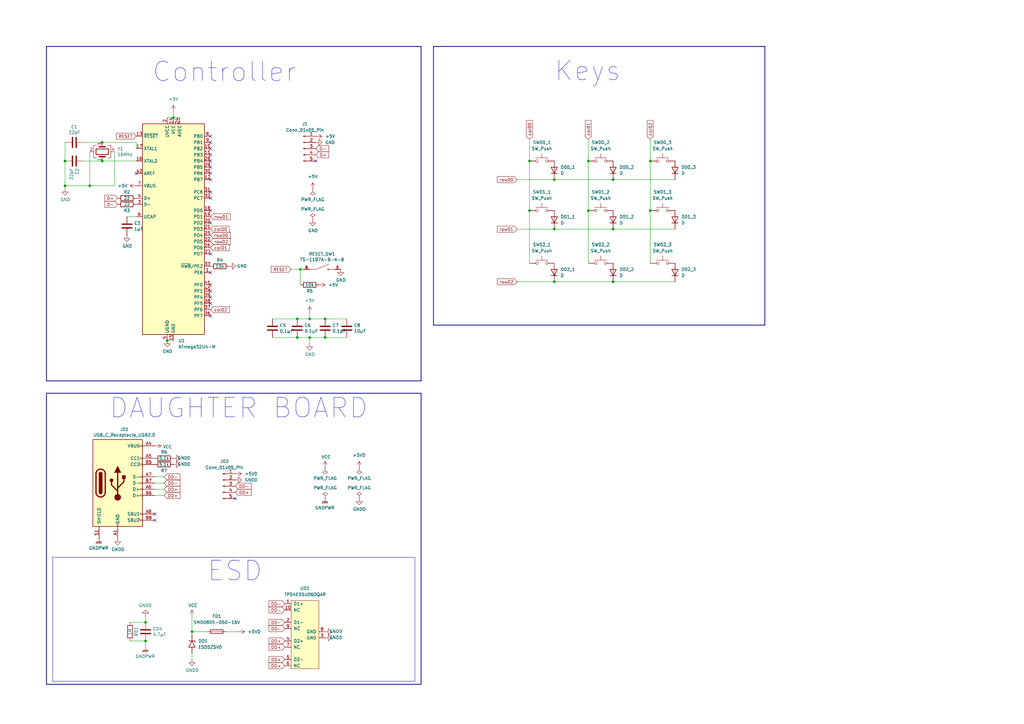
<source format=kicad_sch>
(kicad_sch (version 20231120) (generator "eeschema") (generator_version "8.0")
  (paper "A3")
  (lib_symbols
    (symbol "+5V_1" (power) (pin_numbers hide) (pin_names (offset 0) hide)
      (property "Value" "+5V" (at 0 3.556 0))
      (symbol "+5V_1_1_1"
        (pin power_in line (at 0 0 90) (length 0) (name "~") (number "1"))
      )
    )
    (symbol "+5V_2" (power) (pin_numbers hide) (pin_names (offset 0) hide)
      (property "Value" "+5V" (at 0 3.556 0))
      (symbol "+5V_2_1_1"
        (pin power_in line (at 0 0 90) (length 0) (name "~") (number "1"))
      )
    )
    (symbol "+5V_3" (power) (pin_numbers hide) (pin_names (offset 0) hide)
      (property "Value" "+5V" (at 0 3.556 0))
      (symbol "+5V_3_1_1"
        (pin power_in line (at 0 0 90) (length 0) (name "~") (number "1"))
      )
    )
    (symbol "+5V_4" (power) (pin_numbers hide) (pin_names (offset 0) hide)
      (property "Value" "+5V" (at 0 3.556 0))
      (symbol "+5V_4_1_1"
        (pin power_in line (at 0 0 90) (length 0) (name "~") (number "1"))
      )
    )
    (symbol "+5V_5" (power) (pin_numbers hide) (pin_names (offset 0) hide)
      (property "Value" "+5V" (at 0 3.556 0))
      (symbol "+5V_5_1_1"
        (pin power_in line (at 0 0 90) (length 0) (name "~") (number "1"))
      )
    )
    (symbol "Connector:Conn_01x05_Pin" (pin_names (offset 1.016) hide)
      (property "Reference" "J" (at 0 7.62 0))
      (property "Value" "Conn_01x05_Pin" (at 0 -7.62 0))
      (symbol "Conn_01x05_Pin_1_1"
        (pin passive line (at 5.08 5.08 180) (length 3.81) (name "Pin_1") (number "1"))
        (pin passive line (at 5.08 2.54 180) (length 3.81) (name "Pin_2") (number "2"))
        (pin passive line (at 5.08 0 180) (length 3.81) (name "Pin_3") (number "3"))
        (pin passive line (at 5.08 -2.54 180) (length 3.81) (name "Pin_4") (number "4"))
        (pin passive line (at 5.08 -5.08 180) (length 3.81) (name "Pin_5") (number "5"))
      )
    )
    (symbol "Connector:USB_C_Receptacle_USB2.0_16P" (pin_names (offset 1.016))
      (property "Reference" "J" (at 0 22.225 0))
      (property "Value" "USB_C_Receptacle_USB2.0_16P" (at 0 19.685 0))
      (symbol "USB_C_Receptacle_USB2.0_16P_1_1"
        (pin passive line (at 0 -22.86 90) (length 5.08) (name "GND") (number "A1"))
        (pin passive line (at 0 -22.86 90) (length 5.08) hide (name "GND") (number "A12"))
        (pin passive line (at 15.24 15.24 180) (length 5.08) (name "VBUS") (number "A4"))
        (pin bidirectional line (at 15.24 10.16 180) (length 5.08) (name "CC1") (number "A5"))
        (pin bidirectional line (at 15.24 -2.54 180) (length 5.08) (name "D+") (number "A6"))
        (pin bidirectional line (at 15.24 2.54 180) (length 5.08) (name "D-") (number "A7"))
        (pin bidirectional line (at 15.24 -12.7 180) (length 5.08) (name "SBU1") (number "A8"))
        (pin passive line (at 15.24 15.24 180) (length 5.08) hide (name "VBUS") (number "A9"))
        (pin passive line (at 0 -22.86 90) (length 5.08) hide (name "GND") (number "B1"))
        (pin passive line (at 0 -22.86 90) (length 5.08) hide (name "GND") (number "B12"))
        (pin passive line (at 15.24 15.24 180) (length 5.08) hide (name "VBUS") (number "B4"))
        (pin bidirectional line (at 15.24 7.62 180) (length 5.08) (name "CC2") (number "B5"))
        (pin bidirectional line (at 15.24 -5.08 180) (length 5.08) (name "D+") (number "B6"))
        (pin bidirectional line (at 15.24 0 180) (length 5.08) (name "D-") (number "B7"))
        (pin bidirectional line (at 15.24 -15.24 180) (length 5.08) (name "SBU2") (number "B8"))
        (pin passive line (at 15.24 15.24 180) (length 5.08) hide (name "VBUS") (number "B9"))
        (pin passive line (at -7.62 -22.86 90) (length 5.08) (name "SHIELD") (number "S1"))
      )
    )
    (symbol "D_1" (pin_numbers hide) (pin_names (offset 1.016) hide)
      (property "Reference" "D" (at 0 2.54 0))
      (property "Value" "D" (at 0 -2.54 0))
      (symbol "D_1_1_1"
        (pin passive line (at -3.81 0 0) (length 2.54) (name "K") (number "1"))
        (pin passive line (at 3.81 0 180) (length 2.54) (name "A") (number "2"))
      )
    )
    (symbol "D_2" (pin_numbers hide) (pin_names (offset 1.016) hide)
      (property "Reference" "D" (at 0 2.54 0))
      (property "Value" "D" (at 0 -2.54 0))
      (symbol "D_2_1_1"
        (pin passive line (at -3.81 0 0) (length 2.54) (name "K") (number "1"))
        (pin passive line (at 3.81 0 180) (length 2.54) (name "A") (number "2"))
      )
    )
    (symbol "D_3" (pin_numbers hide) (pin_names (offset 1.016) hide)
      (property "Reference" "D" (at 0 2.54 0))
      (property "Value" "D" (at 0 -2.54 0))
      (symbol "D_3_1_1"
        (pin passive line (at -3.81 0 0) (length 2.54) (name "K") (number "1"))
        (pin passive line (at 3.81 0 180) (length 2.54) (name "A") (number "2"))
      )
    )
    (symbol "D_4" (pin_numbers hide) (pin_names (offset 1.016) hide)
      (property "Reference" "D" (at 0 2.54 0))
      (property "Value" "D" (at 0 -2.54 0))
      (symbol "D_4_1_1"
        (pin passive line (at -3.81 0 0) (length 2.54) (name "K") (number "1"))
        (pin passive line (at 3.81 0 180) (length 2.54) (name "A") (number "2"))
      )
    )
    (symbol "D_5" (pin_numbers hide) (pin_names (offset 1.016) hide)
      (property "Reference" "D" (at 0 2.54 0))
      (property "Value" "D" (at 0 -2.54 0))
      (symbol "D_5_1_1"
        (pin passive line (at -3.81 0 0) (length 2.54) (name "K") (number "1"))
        (pin passive line (at 3.81 0 180) (length 2.54) (name "A") (number "2"))
      )
    )
    (symbol "D_6" (pin_numbers hide) (pin_names (offset 1.016) hide)
      (property "Reference" "D" (at 0 2.54 0))
      (property "Value" "D" (at 0 -2.54 0))
      (symbol "D_6_1_1"
        (pin passive line (at -3.81 0 0) (length 2.54) (name "K") (number "1"))
        (pin passive line (at 3.81 0 180) (length 2.54) (name "A") (number "2"))
      )
    )
    (symbol "D_7" (pin_numbers hide) (pin_names (offset 1.016) hide)
      (property "Reference" "D" (at 0 2.54 0))
      (property "Value" "D" (at 0 -2.54 0))
      (symbol "D_7_1_1"
        (pin passive line (at -3.81 0 0) (length 2.54) (name "K") (number "1"))
        (pin passive line (at 3.81 0 180) (length 2.54) (name "A") (number "2"))
      )
    )
    (symbol "D_8" (pin_numbers hide) (pin_names (offset 1.016) hide)
      (property "Reference" "D" (at 0 2.54 0))
      (property "Value" "D" (at 0 -2.54 0))
      (symbol "D_8_1_1"
        (pin passive line (at -3.81 0 0) (length 2.54) (name "K") (number "1"))
        (pin passive line (at 3.81 0 180) (length 2.54) (name "A") (number "2"))
      )
    )
    (symbol "Device:C" (pin_numbers hide) (pin_names (offset 0.254))
      (property "Reference" "C" (at 0.635 2.54 0))
      (property "Value" "C" (at 0.635 -2.54 0))
      (symbol "C_1_1"
        (pin passive line (at 0 3.81 270) (length 2.794) (name "~") (number "1"))
        (pin passive line (at 0 -3.81 90) (length 2.794) (name "~") (number "2"))
      )
    )
    (symbol "Device:Crystal_GND24" (pin_names (offset 1.016) hide)
      (property "Reference" "Y" (at 3.175 5.08 0))
      (property "Value" "Crystal_GND24" (at 3.175 3.175 0))
      (symbol "Crystal_GND24_1_1"
        (pin passive line (at -3.81 0 0) (length 1.27) (name "1") (number "1"))
        (pin passive line (at 0 5.08 270) (length 1.27) (name "2") (number "2"))
        (pin passive line (at 3.81 0 180) (length 1.27) (name "3") (number "3"))
        (pin passive line (at 0 -5.08 90) (length 1.27) (name "4") (number "4"))
      )
    )
    (symbol "Device:D" (pin_numbers hide) (pin_names (offset 1.016) hide)
      (property "Reference" "D" (at 0 2.54 0))
      (property "Value" "D" (at 0 -2.54 0))
      (symbol "D_1_1"
        (pin passive line (at -3.81 0 0) (length 2.54) (name "K") (number "1"))
        (pin passive line (at 3.81 0 180) (length 2.54) (name "A") (number "2"))
      )
    )
    (symbol "Device:Fuse" (pin_numbers hide) (pin_names (offset 0))
      (property "Reference" "F" (at 2.032 0 90))
      (property "Value" "Fuse" (at -1.905 0 90))
      (symbol "Fuse_1_1"
        (pin passive line (at 0 3.81 270) (length 1.27) (name "~") (number "1"))
        (pin passive line (at 0 -3.81 90) (length 1.27) (name "~") (number "2"))
      )
    )
    (symbol "Device:R" (pin_numbers hide) (pin_names (offset 0))
      (property "Reference" "R" (at 2.032 0 90))
      (property "Value" "R" (at 0 0 90))
      (symbol "R_1_1"
        (pin passive line (at 0 3.81 270) (length 1.27) (name "~") (number "1"))
        (pin passive line (at 0 -3.81 90) (length 1.27) (name "~") (number "2"))
      )
    )
    (symbol "Diode:1.5KExxA" (pin_numbers hide) (pin_names (offset 1.016) hide)
      (property "Reference" "D" (at 0 2.54 0))
      (property "Value" "1.5KExxA" (at 0 -2.54 0))
      (symbol "1.5KExxA_1_1"
        (pin passive line (at -3.81 0 0) (length 2.54) (name "A1") (number "1"))
        (pin passive line (at 3.81 0 180) (length 2.54) (name "A2") (number "2"))
      )
    )
    (symbol "GNDPWR_1" (power) (pin_numbers hide) (pin_names (offset 0) hide)
      (property "Value" "GNDPWR" (at 0 -3.302 0))
      (symbol "GNDPWR_1_1_1"
        (pin power_in line (at 0 0 270) (length 0) (name "~") (number "1"))
      )
    )
    (symbol "GNDPWR_2" (power) (pin_numbers hide) (pin_names (offset 0) hide)
      (property "Value" "GNDPWR" (at 0 -3.302 0))
      (symbol "GNDPWR_2_1_1"
        (pin power_in line (at 0 0 270) (length 0) (name "~") (number "1"))
      )
    )
    (symbol "GND_1" (power) (pin_numbers hide) (pin_names (offset 0) hide)
      (property "Value" "GND" (at 0 -3.81 0))
      (symbol "GND_1_1_1"
        (pin power_in line (at 0 0 270) (length 0) (name "~") (number "1"))
      )
    )
    (symbol "GND_10" (power) (pin_numbers hide) (pin_names (offset 0) hide)
      (property "Value" "GND" (at 0 -3.81 0))
      (symbol "GND_10_1_1"
        (pin power_in line (at 0 0 270) (length 0) (name "~") (number "1"))
      )
    )
    (symbol "GND_11" (power) (pin_numbers hide) (pin_names (offset 0) hide)
      (property "Value" "GND" (at 0 -3.81 0))
      (symbol "GND_11_1_1"
        (pin power_in line (at 0 0 270) (length 0) (name "~") (number "1"))
      )
    )
    (symbol "GND_12" (power) (pin_numbers hide) (pin_names (offset 0) hide)
      (property "Value" "GND" (at 0 -3.81 0))
      (symbol "GND_12_1_1"
        (pin power_in line (at 0 0 270) (length 0) (name "~") (number "1"))
      )
    )
    (symbol "GND_13" (power) (pin_numbers hide) (pin_names (offset 0) hide)
      (property "Value" "GND" (at 0 -3.81 0))
      (symbol "GND_13_1_1"
        (pin power_in line (at 0 0 270) (length 0) (name "~") (number "1"))
      )
    )
    (symbol "GND_2" (power) (pin_numbers hide) (pin_names (offset 0) hide)
      (property "Value" "GND" (at 0 -3.81 0))
      (symbol "GND_2_1_1"
        (pin power_in line (at 0 0 270) (length 0) (name "~") (number "1"))
      )
    )
    (symbol "GND_3" (power) (pin_numbers hide) (pin_names (offset 0) hide)
      (property "Value" "GND" (at 0 -3.81 0))
      (symbol "GND_3_1_1"
        (pin power_in line (at 0 0 270) (length 0) (name "~") (number "1"))
      )
    )
    (symbol "GND_4" (power) (pin_numbers hide) (pin_names (offset 0) hide)
      (property "Value" "GND" (at 0 -3.81 0))
      (symbol "GND_4_1_1"
        (pin power_in line (at 0 0 270) (length 0) (name "~") (number "1"))
      )
    )
    (symbol "GND_5" (power) (pin_numbers hide) (pin_names (offset 0) hide)
      (property "Value" "GND" (at 0 -3.81 0))
      (symbol "GND_5_1_1"
        (pin power_in line (at 0 0 270) (length 0) (name "~") (number "1"))
      )
    )
    (symbol "GND_6" (power) (pin_numbers hide) (pin_names (offset 0) hide)
      (property "Value" "GND" (at 0 -3.81 0))
      (symbol "GND_6_1_1"
        (pin power_in line (at 0 0 270) (length 0) (name "~") (number "1"))
      )
    )
    (symbol "GND_7" (power) (pin_numbers hide) (pin_names (offset 0) hide)
      (property "Value" "GND" (at 0 -3.81 0))
      (symbol "GND_7_1_1"
        (pin power_in line (at 0 0 270) (length 0) (name "~") (number "1"))
      )
    )
    (symbol "GND_8" (power) (pin_numbers hide) (pin_names (offset 0) hide)
      (property "Value" "GND" (at 0 -3.81 0))
      (symbol "GND_8_1_1"
        (pin power_in line (at 0 0 270) (length 0) (name "~") (number "1"))
      )
    )
    (symbol "GND_9" (power) (pin_numbers hide) (pin_names (offset 0) hide)
      (property "Value" "GND" (at 0 -3.81 0))
      (symbol "GND_9_1_1"
        (pin power_in line (at 0 0 270) (length 0) (name "~") (number "1"))
      )
    )
    (symbol "MCU_Microchip_ATmega:ATmega32U4-M"
      (property "Reference" "U" (at -12.7 44.45 0))
      (property "Value" "ATmega32U4-M" (at 2.54 -44.45 0))
      (symbol "ATmega32U4-M_1_1"
        (pin bidirectional line (at 15.24 -17.78 180) (length 2.54) (name "PE6") (number "1"))
        (pin bidirectional line (at 15.24 33.02 180) (length 2.54) (name "PB2") (number "10"))
        (pin bidirectional line (at 15.24 30.48 180) (length 2.54) (name "PB3") (number "11"))
        (pin bidirectional line (at 15.24 20.32 180) (length 2.54) (name "PB7") (number "12"))
        (pin input line (at -15.24 38.1 0) (length 2.54) (name "~{RESET}") (number "13"))
        (pin power_in line (at 0 45.72 270) (length 2.54) (name "VCC") (number "14"))
        (pin power_in line (at 0 -45.72 90) (length 2.54) (name "GND") (number "15"))
        (pin output line (at -15.24 27.94 0) (length 2.54) (name "XTAL2") (number "16"))
        (pin input line (at -15.24 33.02 0) (length 2.54) (name "XTAL1") (number "17"))
        (pin bidirectional line (at 15.24 7.62 180) (length 2.54) (name "PD0") (number "18"))
        (pin bidirectional line (at 15.24 5.08 180) (length 2.54) (name "PD1") (number "19"))
        (pin power_in line (at -2.54 45.72 270) (length 2.54) (name "UVCC") (number "2"))
        (pin bidirectional line (at 15.24 2.54 180) (length 2.54) (name "PD2") (number "20"))
        (pin bidirectional line (at 15.24 0 180) (length 2.54) (name "PD3") (number "21"))
        (pin bidirectional line (at 15.24 -5.08 180) (length 2.54) (name "PD5") (number "22"))
        (pin passive line (at 0 -45.72 90) (length 2.54) hide (name "GND") (number "23"))
        (pin power_in line (at 2.54 45.72 270) (length 2.54) (name "AVCC") (number "24"))
        (pin bidirectional line (at 15.24 -2.54 180) (length 2.54) (name "PD4") (number "25"))
        (pin bidirectional line (at 15.24 -7.62 180) (length 2.54) (name "PD6") (number "26"))
        (pin bidirectional line (at 15.24 -10.16 180) (length 2.54) (name "PD7") (number "27"))
        (pin bidirectional line (at 15.24 27.94 180) (length 2.54) (name "PB4") (number "28"))
        (pin bidirectional line (at 15.24 25.4 180) (length 2.54) (name "PB5") (number "29"))
        (pin bidirectional line (at -15.24 10.16 0) (length 2.54) (name "D-") (number "3"))
        (pin bidirectional line (at 15.24 22.86 180) (length 2.54) (name "PB6") (number "30"))
        (pin bidirectional line (at 15.24 15.24 180) (length 2.54) (name "PC6") (number "31"))
        (pin bidirectional line (at 15.24 12.7 180) (length 2.54) (name "PC7") (number "32"))
        (pin bidirectional line (at 15.24 -15.24 180) (length 2.54) (name "~{HWB}/PE2") (number "33"))
        (pin passive line (at 0 45.72 270) (length 2.54) hide (name "VCC") (number "34"))
        (pin passive line (at 0 -45.72 90) (length 2.54) hide (name "GND") (number "35"))
        (pin bidirectional line (at 15.24 -35.56 180) (length 2.54) (name "PF7") (number "36"))
        (pin bidirectional line (at 15.24 -33.02 180) (length 2.54) (name "PF6") (number "37"))
        (pin bidirectional line (at 15.24 -30.48 180) (length 2.54) (name "PF5") (number "38"))
        (pin bidirectional line (at 15.24 -27.94 180) (length 2.54) (name "PF4") (number "39"))
        (pin bidirectional line (at -15.24 12.7 0) (length 2.54) (name "D+") (number "4"))
        (pin bidirectional line (at 15.24 -25.4 180) (length 2.54) (name "PF1") (number "40"))
        (pin bidirectional line (at 15.24 -22.86 180) (length 2.54) (name "PF0") (number "41"))
        (pin passive line (at -15.24 22.86 0) (length 2.54) (name "AREF") (number "42"))
        (pin passive line (at 0 -45.72 90) (length 2.54) hide (name "GND") (number "43"))
        (pin passive line (at 2.54 45.72 270) (length 2.54) hide (name "AVCC") (number "44"))
        (pin passive line (at 0 -45.72 90) (length 2.54) hide (name "GND") (number "45"))
        (pin passive line (at -2.54 -45.72 90) (length 2.54) (name "UGND") (number "5"))
        (pin passive line (at -15.24 5.08 0) (length 2.54) (name "UCAP") (number "6"))
        (pin input line (at -15.24 17.78 0) (length 2.54) (name "VBUS") (number "7"))
        (pin bidirectional line (at 15.24 38.1 180) (length 2.54) (name "PB0") (number "8"))
        (pin bidirectional line (at 15.24 35.56 180) (length 2.54) (name "PB1") (number "9"))
      )
    )
    (symbol "PWR_FLAG_1" (power) (pin_numbers hide) (pin_names (offset 0) hide)
      (property "Value" "PWR_FLAG" (at 0 3.81 0))
      (symbol "PWR_FLAG_1_0_0"
        (pin power_out line (at 0 0 90) (length 0) (name "~") (number "1"))
      )
    )
    (symbol "PWR_FLAG_2" (power) (pin_numbers hide) (pin_names (offset 0) hide)
      (property "Value" "PWR_FLAG" (at 0 3.81 0))
      (symbol "PWR_FLAG_2_0_0"
        (pin power_out line (at 0 0 90) (length 0) (name "~") (number "1"))
      )
    )
    (symbol "PWR_FLAG_3" (power) (pin_numbers hide) (pin_names (offset 0) hide)
      (property "Value" "PWR_FLAG" (at 0 3.81 0))
      (symbol "PWR_FLAG_3_0_0"
        (pin power_out line (at 0 0 90) (length 0) (name "~") (number "1"))
      )
    )
    (symbol "Switch:SW_Push" (pin_numbers hide) (pin_names (offset 1.016) hide)
      (property "Reference" "SW" (at 1.27 2.54 0))
      (property "Value" "SW_Push" (at 0 -1.524 0))
      (symbol "SW_Push_0_1"
        (pin passive line (at -5.08 0 0) (length 2.54) (name "1") (number "1"))
        (pin passive line (at 5.08 0 180) (length 2.54) (name "2") (number "2"))
      )
    )
    (symbol "TS-1187A-B-A-B:TS-1187A-B-A-B" (pin_names (offset 1.016) hide)
      (property "Reference" "S" (at -2.54 2.54 0))
      (property "Value" "TS-1187A-B-A-B" (at -2.54 -2.54 0))
      (symbol "TS-1187A-B-A-B_0_0"
        (pin passive line (at -7.62 0 0) (length 2.54) (name "~") (number "A"))
        (pin passive line (at -7.62 0 0) (length 2.54) (name "~") (number "B"))
        (pin passive line (at 7.62 0 180) (length 2.54) (name "~") (number "C"))
        (pin passive line (at 7.62 0 180) (length 2.54) (name "~") (number "D"))
      )
    )
    (symbol "VCC_1" (power) (pin_numbers hide) (pin_names (offset 0) hide)
      (property "Value" "VCC" (at 0 3.556 0))
      (symbol "VCC_1_1_1"
        (pin power_in line (at 0 0 90) (length 0) (name "~") (number "1"))
      )
    )
    (symbol "VCC_2" (power) (pin_numbers hide) (pin_names (offset 0) hide)
      (property "Value" "VCC" (at 0 3.556 0))
      (symbol "VCC_2_1_1"
        (pin power_in line (at 0 0 90) (length 0) (name "~") (number "1"))
      )
    )
    (symbol "power:+5V" (power) (pin_numbers hide) (pin_names (offset 0) hide)
      (property "Value" "+5V" (at 0 3.556 0))
      (symbol "+5V_1_1"
        (pin power_in line (at 0 0 90) (length 0) (name "~") (number "1"))
      )
    )
    (symbol "power:GND" (power) (pin_numbers hide) (pin_names (offset 0) hide)
      (property "Value" "GND" (at 0 -3.81 0))
      (symbol "GND_1_1"
        (pin power_in line (at 0 0 270) (length 0) (name "~") (number "1"))
      )
    )
    (symbol "power:GNDPWR" (power) (pin_numbers hide) (pin_names (offset 0) hide)
      (property "Value" "GNDPWR" (at 0 -3.302 0))
      (symbol "GNDPWR_1_1"
        (pin power_in line (at 0 0 270) (length 0) (name "~") (number "1"))
      )
    )
    (symbol "power:PWR_FLAG" (power) (pin_numbers hide) (pin_names (offset 0) hide)
      (property "Value" "PWR_FLAG" (at 0 3.81 0))
      (symbol "PWR_FLAG_0_0"
        (pin power_out line (at 0 0 90) (length 0) (name "~") (number "1"))
      )
    )
    (symbol "power:VCC" (power) (pin_numbers hide) (pin_names (offset 0) hide)
      (property "Value" "VCC" (at 0 3.556 0))
      (symbol "VCC_1_1"
        (pin power_in line (at 0 0 90) (length 0) (name "~") (number "1"))
      )
    )
    (symbol "random-keyboard-parts:TPD4E05U06DQAR" (pin_names (offset 1.016))
      (property "Reference" "U" (at 0 -16.51 0))
      (property "Value" "TPD4E05U06DQAR" (at 0 16.51 0))
      (symbol "TPD4E05U06DQAR_1_1"
        (pin passive line (at -8.89 12.7 0) (length 2.54) (name "D1+") (number "1"))
        (pin passive line (at -8.89 10.16 0) (length 2.54) (name "NC") (number "10"))
        (pin passive line (at -8.89 5.08 0) (length 2.54) (name "D1-") (number "2"))
        (pin passive line (at 7.62 -1.27 180) (length 2.54) (name "GND") (number "3"))
        (pin passive line (at -8.89 -2.54 0) (length 2.54) (name "D2+") (number "4"))
        (pin passive line (at -8.89 -10.16 0) (length 2.54) (name "D2-") (number "5"))
        (pin passive line (at -8.89 -12.7 0) (length 2.54) (name "NC") (number "6"))
        (pin passive line (at -8.89 -5.08 0) (length 2.54) (name "NC") (number "7"))
        (pin passive line (at 7.62 1.27 180) (length 2.54) (name "GND") (number "8"))
        (pin passive line (at -8.89 2.54 0) (length 2.54) (name "NC") (number "9"))
      )
    )
  )
  (junction (at 127 130.81))
  (junction (at 241.3 66.04))
  (junction (at 227.33 93.98))
  (junction (at 251.46 73.66))
  (junction (at 217.17 66.04))
  (junction (at 26.67 76.2))
  (junction (at 227.33 73.66))
  (junction (at 251.46 115.57))
  (junction (at 78.74 259.08))
  (junction (at 123.19 110.49))
  (junction (at 227.33 115.57))
  (junction (at 217.17 86.36))
  (junction (at 41.91 66.04))
  (junction (at 121.92 138.43))
  (junction (at 133.35 130.81))
  (junction (at 59.69 255.27))
  (junction (at 127 138.43))
  (junction (at 68.58 139.7))
  (junction (at 241.3 86.36))
  (junction (at 59.69 262.89))
  (junction (at 251.46 93.98))
  (junction (at 41.91 58.42))
  (junction (at 266.7 66.04))
  (junction (at 26.67 66.04))
  (junction (at 36.83 76.2))
  (junction (at 121.92 130.81))
  (junction (at 71.12 48.26))
  (junction (at 266.7 86.36))
  (junction (at 133.35 138.43))
  (no_connect (at 86.36 104.14))
  (no_connect (at 86.36 119.38))
  (no_connect (at 86.36 58.42))
  (no_connect (at 86.36 55.88))
  (no_connect (at 86.36 86.36))
  (no_connect (at 86.36 66.04))
  (no_connect (at 86.36 129.54))
  (no_connect (at 86.36 60.96))
  (no_connect (at 96.52 204.47))
  (no_connect (at 55.88 71.12))
  (no_connect (at 86.36 124.46))
  (no_connect (at 86.36 91.44))
  (no_connect (at 86.36 121.92))
  (no_connect (at 63.5 213.36))
  (no_connect (at 86.36 116.84))
  (no_connect (at 86.36 71.12))
  (no_connect (at 86.36 78.74))
  (no_connect (at 86.36 63.5))
  (no_connect (at 86.36 68.58))
  (no_connect (at 86.36 81.28))
  (no_connect (at 86.36 111.76))
  (no_connect (at 86.36 73.66))
  (no_connect (at 63.5 210.82))
  (no_connect (at 129.54 66.04))
  (wire (pts (xy 217.17 66.04) (xy 217.17 86.36)))
  (wire (pts (xy 111.76 130.81) (xy 121.92 130.81)))
  (wire (pts (xy 251.46 93.98) (xy 276.86 93.98)))
  (wire (pts (xy 34.29 66.04) (xy 41.91 66.04)))
  (wire (pts (xy 212.09 73.66) (xy 227.33 73.66)))
  (wire (pts (xy 119.38 110.49) (xy 123.19 110.49)))
  (bus (pts (xy 19.05 156.21) (xy 172.72 156.21)))
  (wire (pts (xy 121.92 138.43) (xy 111.76 138.43)))
  (bus (pts (xy 172.72 156.21) (xy 172.72 19.05)))
  (wire (pts (xy 217.17 57.15) (xy 217.17 66.04)))
  (wire (pts (xy 26.67 76.2) (xy 36.83 76.2)))
  (wire (pts (xy 26.67 76.2) (xy 26.67 77.47)))
  (wire (pts (xy 63.5 198.12) (xy 67.31 198.12)))
  (wire (pts (xy 63.5 195.58) (xy 67.31 195.58)))
  (bus (pts (xy 177.8 133.35) (xy 313.69 133.35)))
  (wire (pts (xy 266.7 86.36) (xy 266.7 107.95)))
  (wire (pts (xy 68.58 139.7) (xy 71.12 139.7)))
  (wire (pts (xy 78.74 270.51) (xy 78.74 267.97)))
  (bus (pts (xy 177.8 19.05) (xy 177.8 133.35)))
  (wire (pts (xy 26.67 58.42) (xy 26.67 66.04)))
  (wire (pts (xy 41.91 58.42) (xy 55.88 58.42)))
  (wire (pts (xy 227.33 93.98) (xy 251.46 93.98)))
  (wire (pts (xy 53.34 262.89) (xy 59.69 262.89)))
  (wire (pts (xy 241.3 86.36) (xy 241.3 107.95)))
  (bus (pts (xy 19.05 161.29) (xy 19.05 280.67)))
  (wire (pts (xy 133.35 138.43) (xy 142.24 138.43)))
  (wire (pts (xy 251.46 115.57) (xy 276.86 115.57)))
  (wire (pts (xy 59.69 252.73) (xy 59.69 255.27)))
  (wire (pts (xy 127 130.81) (xy 121.92 130.81)))
  (wire (pts (xy 123.19 110.49) (xy 124.46 110.49)))
  (wire (pts (xy 26.67 66.04) (xy 26.67 76.2)))
  (wire (pts (xy 127 138.43) (xy 133.35 138.43)))
  (wire (pts (xy 85.09 259.08) (xy 78.74 259.08)))
  (wire (pts (xy 241.3 66.04) (xy 241.3 86.36)))
  (wire (pts (xy 227.33 73.66) (xy 251.46 73.66)))
  (wire (pts (xy 127 128.27) (xy 127 130.81)))
  (wire (pts (xy 34.29 58.42) (xy 41.91 58.42)))
  (bus (pts (xy 172.72 280.67) (xy 19.05 280.67)))
  (wire (pts (xy 217.17 86.36) (xy 217.17 107.95)))
  (wire (pts (xy 212.09 93.98) (xy 227.33 93.98)))
  (bus (pts (xy 172.72 161.29) (xy 172.72 280.67)))
  (wire (pts (xy 212.09 115.57) (xy 227.33 115.57)))
  (wire (pts (xy 127 138.43) (xy 121.92 138.43)))
  (wire (pts (xy 63.5 200.66) (xy 67.31 200.66)))
  (wire (pts (xy 68.58 48.26) (xy 71.12 48.26)))
  (wire (pts (xy 36.83 62.23) (xy 36.83 76.2)))
  (wire (pts (xy 36.83 76.2) (xy 46.99 76.2)))
  (wire (pts (xy 71.12 45.72) (xy 71.12 48.26)))
  (bus (pts (xy 313.69 133.35) (xy 313.69 19.05)))
  (wire (pts (xy 78.74 260.35) (xy 78.74 259.08)))
  (wire (pts (xy 127 140.97) (xy 127 138.43)))
  (wire (pts (xy 251.46 73.66) (xy 276.86 73.66)))
  (wire (pts (xy 227.33 115.57) (xy 251.46 115.57)))
  (wire (pts (xy 46.99 62.23) (xy 46.99 76.2)))
  (wire (pts (xy 59.69 265.43) (xy 59.69 262.89)))
  (wire (pts (xy 52.07 88.9) (xy 55.88 88.9)))
  (wire (pts (xy 71.12 48.26) (xy 73.66 48.26)))
  (wire (pts (xy 127 130.81) (xy 133.35 130.81)))
  (bus (pts (xy 313.69 19.05) (xy 177.8 19.05)))
  (wire (pts (xy 266.7 66.04) (xy 266.7 86.36)))
  (wire (pts (xy 41.91 66.04) (xy 55.88 66.04)))
  (wire (pts (xy 123.19 110.49) (xy 123.19 116.84)))
  (bus (pts (xy 19.05 161.29) (xy 172.72 161.29)))
  (wire (pts (xy 78.74 259.08) (xy 78.74 252.73)))
  (wire (pts (xy 241.3 57.15) (xy 241.3 66.04)))
  (bus (pts (xy 172.72 19.05) (xy 19.05 19.05)))
  (wire (pts (xy 266.7 57.15) (xy 266.7 66.04)))
  (wire (pts (xy 133.35 130.81) (xy 142.24 130.81)))
  (wire (pts (xy 55.88 60.96) (xy 55.88 58.42)))
  (wire (pts (xy 53.34 255.27) (xy 59.69 255.27)))
  (bus (pts (xy 19.05 19.05) (xy 19.05 156.21)))
  (wire (pts (xy 63.5 203.2) (xy 67.31 203.2)))
  (wire (pts (xy 97.79 259.08) (xy 92.71 259.08)))
  (rectangle (start 21.59 228.6) (end 170.18 279.4))
  (text "Keys" (at 241.046 29.21 0) (effects (font (size 8.001 8.001))))
  (text "DAUGHTER BOARD" (at 44.704 172.212 0) (effects (font (size 8 8)) (justify left bottom)))
  (text "ESD" (at 84.836 239.014 0) (effects (font (size 8 8)) (justify left bottom)))
  (text "Controller" (at 62.23 34.29 0) (effects (font (size 8 8)) (justify left bottom)))
  (global_label "row00" (shape input) (at 212.09 73.66 180) (property "Intersheetrefs" "${INTERSHEET_REFS}" (effects (hide yes))))
  (global_label "D+" (shape input) (at 129.54 63.5 0) (property "Intersheetrefs" "${INTERSHEET_REFS}" (effects (hide yes))))
  (global_label "col00" (shape input) (at 217.17 57.15 90) (property "Intersheetrefs" "${INTERSHEET_REFS}" (effects (hide yes))))
  (global_label "D-" (shape input) (at 48.26 83.82 180) (property "Intersheetrefs" "${INTERSHEET_REFS}" (effects (hide yes))))
  (global_label "col01" (shape input) (at 86.36 101.6 0) (property "Intersheetrefs" "${INTERSHEET_REFS}" (effects (hide yes))))
  (global_label "row01" (shape input) (at 212.09 93.98 180) (property "Intersheetrefs" "${INTERSHEET_REFS}" (effects (hide yes))))
  (global_label "DD-" (shape input) (at 67.31 195.58 0) (property "Intersheetrefs" "${INTERSHEET_REFS}" (effects (hide yes))))
  (global_label "DD-" (shape input) (at 96.52 199.39 0) (property "Intersheetrefs" "${INTERSHEET_REFS}" (effects (hide yes))))
  (global_label "col00" (shape input) (at 86.36 93.98 0) (property "Intersheetrefs" "${INTERSHEET_REFS}" (effects (hide yes))))
  (global_label "row02" (shape input) (at 212.09 115.57 180) (property "Intersheetrefs" "${INTERSHEET_REFS}" (effects (hide yes))))
  (global_label "row01" (shape input) (at 86.36 88.9 0) (property "Intersheetrefs" "${INTERSHEET_REFS}" (effects (hide yes))))
  (global_label "RESET" (shape input) (at 119.38 110.49 180) (property "Intersheetrefs" "${INTERSHEET_REFS}" (effects (hide yes))))
  (global_label "DD+" (shape input) (at 67.31 203.2 0) (property "Intersheetrefs" "${INTERSHEET_REFS}" (effects (hide yes))))
  (global_label "col02" (shape input) (at 266.7 57.15 90) (property "Intersheetrefs" "${INTERSHEET_REFS}" (effects (hide yes))))
  (global_label "DD-" (shape input) (at 67.31 198.12 0) (property "Intersheetrefs" "${INTERSHEET_REFS}" (effects (hide yes))))
  (global_label "DD+" (shape input) (at 67.31 200.66 0) (property "Intersheetrefs" "${INTERSHEET_REFS}" (effects (hide yes))))
  (global_label "DD-" (shape input) (at 116.84 257.81 180) (property "Intersheetrefs" "${INTERSHEET_REFS}" (effects (hide yes))))
  (global_label "DD+" (shape input) (at 116.84 265.43 180) (property "Intersheetrefs" "${INTERSHEET_REFS}" (effects (hide yes))))
  (global_label "col01" (shape input) (at 241.3 57.15 90) (property "Intersheetrefs" "${INTERSHEET_REFS}" (effects (hide yes))))
  (global_label "DD+" (shape input) (at 116.84 273.05 180) (property "Intersheetrefs" "${INTERSHEET_REFS}" (effects (hide yes))))
  (global_label "DD-" (shape input) (at 116.84 247.65 180) (property "Intersheetrefs" "${INTERSHEET_REFS}" (effects (hide yes))))
  (global_label "D+" (shape input) (at 48.26 81.28 180) (property "Intersheetrefs" "${INTERSHEET_REFS}" (effects (hide yes))))
  (global_label "row00" (shape input) (at 86.36 96.52 0) (property "Intersheetrefs" "${INTERSHEET_REFS}" (effects (hide yes))))
  (global_label "RESET" (shape input) (at 55.88 55.88 180) (property "Intersheetrefs" "${INTERSHEET_REFS}" (effects (hide yes))))
  (global_label "DD-" (shape input) (at 116.84 255.27 180) (property "Intersheetrefs" "${INTERSHEET_REFS}" (effects (hide yes))))
  (global_label "DD+" (shape input) (at 116.84 262.89 180) (property "Intersheetrefs" "${INTERSHEET_REFS}" (effects (hide yes))))
  (global_label "DD+" (shape input) (at 116.84 270.51 180) (property "Intersheetrefs" "${INTERSHEET_REFS}" (effects (hide yes))))
  (global_label "D-" (shape input) (at 129.54 60.96 0) (property "Intersheetrefs" "${INTERSHEET_REFS}" (effects (hide yes))))
  (global_label "DD+" (shape input) (at 96.52 201.93 0) (property "Intersheetrefs" "${INTERSHEET_REFS}" (effects (hide yes))))
  (global_label "row02" (shape input) (at 86.36 99.06 0) (property "Intersheetrefs" "${INTERSHEET_REFS}" (effects (hide yes))))
  (global_label "DD-" (shape input) (at 116.84 250.19 180) (property "Intersheetrefs" "${INTERSHEET_REFS}" (effects (hide yes))))
  (global_label "col02" (shape input) (at 86.36 127 0) (property "Intersheetrefs" "${INTERSHEET_REFS}" (effects (hide yes))))
  (symbol (lib_id "Connector:USB_C_Receptacle_USB2.0_16P") (at 48.26 198.12 0) (unit 1)
    (property "Reference" "JD1" (at 50.9778 176.0982 0))
    (property "Value" "USB_C_Receptacle_USB2.0" (at 50.9778 178.4096 0))
    (property "Footprint" "Connector_USB:USB_C_Receptacle_HRO_TYPE-C-31-M-12" (effects (hide yes)))
    (property "Datasheet" "https://www.usb.org/sites/default/files/documents/usb_type-c.zip" (effects (hide yes)))
    (property "Description" "USB 2.0-only 16P Type-C Receptacle connector" (effects (hide yes)))
    (property "LCSC" "C165948" (effects (hide yes)))
  )
  (symbol (lib_id "Device:R") (at 52.07 81.28 270) (unit 1)
    (property "Reference" "R2" (at 52.07 78.74 90))
    (property "Value" "22" (at 52.07 81.28 90))
    (property "Footprint" "Resistor_SMD:R_1206_3216Metric" (effects (hide yes)))
    (property "LCSC" "C17958" (effects (hide yes)))
  )
  (symbol (lib_id "Device:C") (at 30.48 58.42 90) (unit 1)
    (property "Reference" "C1" (at 30.48 52.0192 90))
    (property "Value" "22pF" (at 30.48 54.3306 90))
    (property "Footprint" "Capacitor_SMD:C_1206_3216Metric" (effects (hide yes)))
    (property "LCSC" "C107174" (effects (hide yes)))
  )
  (symbol (lib_id "Device:Fuse") (at 88.9 259.08 90) (unit 1)
    (property "Reference" "FD1" (at 88.9 252.73 90))
    (property "Value" "SMD0805-050-16V" (at 88.9 255.27 90))
    (property "Footprint" "Fuse:Fuse_1206_3216Metric" (effects (hide yes)))
    (property "Manufacturer" "TECHFUSE" (effects (hide yes)))
    (property "Manufacturer Part Number" "SMD0805-050-16V" (effects (hide yes)))
    (property "LCSC" "C2833485" (effects (hide yes)))
    (property "Package" "F0805" (effects (hide yes)))
  )
  (symbol (lib_id "random-keyboard-parts:TPD4E05U06DQAR") (at 125.73 260.35 0) (unit 1)
    (property "Reference" "UD1" (at 125.095 241.3 0))
    (property "Value" "TPD4E05U06DQAR" (at 125.095 243.84 0))
    (property "Footprint" "TPD4E05U06DQAR:USON-10_L2.5-W1.0-P0.50-BL" (effects (hide yes)))
    (property "LCSC" "C2836386" (effects (hide yes)))
  )
  (symbol (lib_id "Device:R") (at 67.31 187.96 270) (unit 1)
    (property "Reference" "R6" (at 67.31 185.42 90))
    (property "Value" "5.1k" (at 67.31 187.96 90))
    (property "Footprint" "Resistor_SMD:R_1206_3216Metric" (effects (hide yes)))
    (property "LCSC" "C964991" (effects (hide yes)))
  )
  (symbol (lib_id "Device:R") (at 52.07 83.82 270) (unit 1)
    (property "Reference" "R3" (at 52.07 86.36 90))
    (property "Value" "22" (at 52.07 83.82 90))
    (property "Footprint" "Resistor_SMD:R_1206_3216Metric" (effects (hide yes)))
    (property "LCSC" "C17958" (effects (hide yes)))
  )
  (symbol (lib_name "D_8") (lib_id "Device:D") (at 251.46 111.76 90) (unit 1)
    (property "Reference" "D02_2" (at 254 110.4899 90) (effects (justify right)))
    (property "Value" "D" (at 254 113.0299 90) (effects (justify right)))
    (property "Footprint" "random-keyboard-parts:D_SOD-123-Pretty" (effects (hide yes)))
    (property "Description" "Diode" (effects (hide yes)))
    (property "LCSC" "C81598" (effects (hide yes)))
    (property "Sim.Device" "D" (effects (hide yes)))
    (property "Sim.Pins" "1=K 2=A" (effects (hide yes)))
  )
  (symbol (lib_name "D_2") (lib_id "Device:D") (at 251.46 69.85 90) (unit 1)
    (property "Reference" "D00_2" (at 254 68.5799 90) (effects (justify right)))
    (property "Value" "D" (at 254 71.1199 90) (effects (justify right)))
    (property "Footprint" "random-keyboard-parts:D_SOD-123-Pretty" (effects (hide yes)))
    (property "Description" "Diode" (effects (hide yes)))
    (property "LCSC" "C81598" (effects (hide yes)))
    (property "Sim.Device" "D" (effects (hide yes)))
    (property "Sim.Pins" "1=K 2=A" (effects (hide yes)))
  )
  (symbol (lib_id "Connector:Conn_01x05_Pin") (at 91.44 199.39 0) (unit 1)
    (property "Reference" "JD2" (at 92.075 189.23 0))
    (property "Value" "Conn_01x05_Pin" (at 92.075 191.77 0))
    (property "Footprint" "Connector_JST:JST_PH_S5B-PH-K_1x05_P2.00mm_Horizontal" (effects (hide yes)))
    (property "Description" "Generic connector, single row, 01x05, script generated" (effects (hide yes)))
  )
  (symbol (lib_id "Device:C") (at 111.76 134.62 0) (unit 1)
    (property "Reference" "C5" (at 114.681 133.4516 0) (effects (justify left)))
    (property "Value" "0.1μF" (at 114.681 135.763 0) (effects (justify left)))
    (property "Footprint" "Capacitor_SMD:C_1206_3216Metric" (effects (hide yes)))
    (property "LCSC" "C24497" (effects (hide yes)))
  )
  (symbol (lib_name "PWR_FLAG_3") (lib_id "power:PWR_FLAG") (at 128.27 90.17 0) (unit 1)
    (property "Reference" "#FLG02" (effects (hide yes)))
    (property "Value" "PWR_FLAG" (at 128.27 85.7758 0))
    (property "Description" "Special symbol for telling ERC where power comes from" (effects (hide yes)))
  )
  (symbol (lib_id "Switch:SW_Push") (at 246.38 107.95 0) (unit 1)
    (property "Reference" "SW02_2" (at 246.38 100.33 0))
    (property "Value" "SW_Push" (at 246.38 102.87 0))
    (property "Footprint" "MX_Only:MXOnly-1U-Hotswap" (effects (hide yes)))
    (property "LCSC" "C5156480" (effects (hide yes)))
  )
  (symbol (lib_id "power:VCC") (at 78.74 252.73 0) (unit 1)
    (property "Reference" "#PWR012" (effects (hide yes)))
    (property "Value" "VCC" (at 79.121 248.3358 0))
    (property "Description" "Power symbol creates a global label with name \"VCC\"" (effects (hide yes)))
  )
  (symbol (lib_id "Device:C") (at 59.69 259.08 0) (unit 1)
    (property "Reference" "CD4" (at 62.611 257.9116 0) (effects (justify left)))
    (property "Value" "4.7μF" (at 62.611 260.223 0) (effects (justify left)))
    (property "Footprint" "Capacitor_SMD:C_1206_3216Metric" (effects (hide yes)))
    (property "LCSC" "C29823" (effects (hide yes)))
  )
  (symbol (lib_name "PWR_FLAG_2") (lib_id "power:PWR_FLAG") (at 133.35 191.77 180) (unit 1)
    (property "Reference" "#FLG03" (effects (hide yes)))
    (property "Value" "PWR_FLAG" (at 133.35 196.1642 0))
    (property "Description" "Special symbol for telling ERC where power comes from" (effects (hide yes)))
  )
  (symbol (lib_name "PWR_FLAG_3") (lib_id "power:PWR_FLAG") (at 147.32 204.47 0) (unit 1)
    (property "Reference" "#FLG06" (effects (hide yes)))
    (property "Value" "PWR_FLAG" (at 147.32 200.0758 0))
    (property "Description" "Special symbol for telling ERC where power comes from" (effects (hide yes)))
  )
  (symbol (lib_name "GND_2") (lib_id "power:GND") (at 71.12 187.96 90) (unit 1)
    (property "Reference" "#PWR025" (effects (hide yes)))
    (property "Value" "GNDD" (at 75.5142 187.833 90))
    (property "Description" "Power symbol creates a global label with name \"GND\" , ground" (effects (hide yes)))
  )
  (symbol (lib_id "power:+5V") (at 129.54 55.88 270) (unit 1)
    (property "Reference" "#PWR030" (effects (hide yes)))
    (property "Value" "+5V" (at 133.35 55.8799 90) (effects (justify left)))
    (property "Description" "Power symbol creates a global label with name \"+5V\"" (effects (hide yes)))
  )
  (symbol (lib_name "+5V_1") (lib_id "power:+5V") (at 128.27 77.47 0) (unit 1)
    (property "Reference" "#PWR02" (effects (hide yes)))
    (property "Value" "+5V" (at 128.27 72.39 0))
    (property "Description" "Power symbol creates a global label with name \"+5V\"" (effects (hide yes)))
  )
  (symbol (lib_id "Device:C") (at 133.35 134.62 0) (unit 1)
    (property "Reference" "C7" (at 136.271 133.4516 0) (effects (justify left)))
    (property "Value" "0.1μF" (at 136.271 135.763 0) (effects (justify left)))
    (property "Footprint" "Capacitor_SMD:C_1206_3216Metric" (effects (hide yes)))
    (property "LCSC" "C24497" (effects (hide yes)))
  )
  (symbol (lib_id "Device:D") (at 276.86 111.76 90) (unit 1)
    (property "Reference" "D02_3" (at 279.4 110.4899 90) (effects (justify right)))
    (property "Value" "D" (at 279.4 113.0299 90) (effects (justify right)))
    (property "Footprint" "random-keyboard-parts:D_SOD-123-Pretty" (effects (hide yes)))
    (property "Description" "Diode" (effects (hide yes)))
    (property "LCSC" "C81598" (effects (hide yes)))
    (property "Sim.Device" "D" (effects (hide yes)))
    (property "Sim.Pins" "1=K 2=A" (effects (hide yes)))
  )
  (symbol (lib_name "+5V_3") (lib_id "power:+5V") (at 55.88 76.2 90) (mirror x) (unit 1)
    (property "Reference" "#PWR09" (effects (hide yes)))
    (property "Value" "+5V" (at 48.26 76.2 90) (effects (justify right)))
    (property "Description" "Power symbol creates a global label with name \"+5V\"" (effects (hide yes)))
  )
  (symbol (lib_name "VCC_1") (lib_id "power:VCC") (at 133.35 191.77 0) (unit 1)
    (property "Reference" "#PWR04" (effects (hide yes)))
    (property "Value" "VCC" (at 133.731 187.3758 0))
    (property "Description" "Power symbol creates a global label with name \"VCC\"" (effects (hide yes)))
  )
  (symbol (lib_name "GND_7") (lib_id "power:GND") (at 93.98 109.22 90) (unit 1)
    (property "Reference" "#PWR015" (effects (hide yes)))
    (property "Value" "GND" (at 97.2312 109.093 90) (effects (justify right)))
    (property "Description" "Power symbol creates a global label with name \"GND\" , ground" (effects (hide yes)))
  )
  (symbol (lib_id "power:GND") (at 129.54 58.42 90) (unit 1)
    (property "Reference" "#PWR031" (effects (hide yes)))
    (property "Value" "GND" (at 133.35 58.4199 90) (effects (justify right)))
    (property "Description" "Power symbol creates a global label with name \"GND\" , ground" (effects (hide yes)))
  )
  (symbol (lib_id "Switch:SW_Push") (at 222.25 107.95 0) (unit 1)
    (property "Reference" "SW02_1" (at 222.25 100.33 0))
    (property "Value" "SW_Push" (at 222.25 102.87 0))
    (property "Footprint" "MX_Only:MXOnly-1U-Hotswap" (effects (hide yes)))
    (property "LCSC" "C5156480" (effects (hide yes)))
  )
  (symbol (lib_id "Device:Crystal_GND24") (at 41.91 62.23 90) (unit 1)
    (property "Reference" "Y1" (at 48.1076 61.0616 90) (effects (justify right)))
    (property "Value" "16Mhz" (at 48.1076 63.373 90) (effects (justify right)))
    (property "Footprint" "X322516MLB4SI:OSC-SMD_4P-L3.2-W2.5-BL" (effects (hide yes)))
    (property "LCSC" "C13738" (effects (hide yes)))
  )
  (symbol (lib_id "Diode:1.5KExxA") (at 78.74 264.16 270) (unit 1)
    (property "Reference" "DD1" (at 81.28 262.8899 90) (effects (justify left)))
    (property "Value" "ESD5Z5V0" (at 81.28 265.4299 90) (effects (justify left)))
    (property "Footprint" "Diode_SMD:D_SOD-523" (effects (hide yes)))
    (property "Datasheet" "https://www.vishay.com/docs/88301/15ke.pdf" (effects (hide yes)))
    (property "Description" "1500W unidirectional TVS diode, DO-201AE" (effects (hide yes)))
    (property "Manufacturer" "MDD" (effects (hide yes)))
    (property "Manufacturer Part Number" "ESD5Z5V0" (effects (hide yes)))
    (property "LCSC" "C502546" (effects (hide yes)))
    (property "Package" "SOD-523" (effects (hide yes)))
  )
  (symbol (lib_id "power:PWR_FLAG") (at 133.35 204.47 0) (unit 1)
    (property "Reference" "#FLG04" (effects (hide yes)))
    (property "Value" "PWR_FLAG" (at 133.35 200.0758 0))
    (property "Description" "Special symbol for telling ERC where power comes from" (effects (hide yes)))
  )
  (symbol (lib_name "GND_1") (lib_id "power:GND") (at 128.27 90.17 0) (unit 1)
    (property "Reference" "#PWR03" (effects (hide yes)))
    (property "Value" "GND" (at 128.397 94.5642 0))
    (property "Description" "Power symbol creates a global label with name \"GND\" , ground" (effects (hide yes)))
  )
  (symbol (lib_name "GND_5") (lib_id "power:GND") (at 52.07 96.52 0) (unit 1)
    (property "Reference" "#PWR06" (effects (hide yes)))
    (property "Value" "GND" (at 52.197 100.9142 0))
    (property "Description" "Power symbol creates a global label with name \"GND\" , ground" (effects (hide yes)))
  )
  (symbol (lib_name "VCC_2") (lib_id "power:VCC") (at 63.5 182.88 270) (unit 1)
    (property "Reference" "#PWR024" (effects (hide yes)))
    (property "Value" "VCC" (at 66.7512 183.261 90) (effects (justify left)))
    (property "Description" "Power symbol creates a global label with name \"VCC\"" (effects (hide yes)))
  )
  (symbol (lib_id "TS-1187A-B-A-B:TS-1187A-B-A-B") (at 132.08 110.49 0) (unit 1)
    (property "Reference" "RESET_SW1" (at 132.08 104.1654 0))
    (property "Value" "TS-1187A-B-A-B" (at 132.08 106.4768 0))
    (property "Footprint" "TS-1187A-B-A-B:SW_TS-1187A-B-A-B" (effects (hide yes)))
    (property "Description" "XKB Industrial Precision" (effects (hide yes)))
    (property "MANUFACTURER" "XKB Industrial Precision" (effects (hide yes)))
    (property "PARTREV" "A0" (effects (hide yes)))
    (property "MAXIMUM_PACKAGE_HEIGHT" "1.5mm" (effects (hide yes)))
    (property "STANDARD" "Manufacturer Recommendations" (effects (hide yes)))
    (property "LCSC" "C318884" (effects (hide yes)))
  )
  (symbol (lib_name "PWR_FLAG_1") (lib_id "power:PWR_FLAG") (at 147.32 191.77 180) (unit 1)
    (property "Reference" "#FLG05" (effects (hide yes)))
    (property "Value" "PWR_FLAG" (at 147.32 196.1642 0))
    (property "Description" "Special symbol for telling ERC where power comes from" (effects (hide yes)))
  )
  (symbol (lib_id "Device:R") (at 127 116.84 270) (unit 1)
    (property "Reference" "R5" (at 127 119.38 90))
    (property "Value" "10k" (at 127 116.84 90))
    (property "Footprint" "Resistor_SMD:R_1206_3216Metric" (effects (hide yes)))
    (property "LCSC" "C17928" (effects (hide yes)))
  )
  (symbol (lib_id "Connector:Conn_01x05_Pin") (at 124.46 60.96 0) (unit 1)
    (property "Reference" "J1" (at 125.095 50.8 0))
    (property "Value" "Conn_01x05_Pin" (at 125.095 53.34 0))
    (property "Footprint" "Connector_JST:JST_PH_S5B-PH-K_1x05_P2.00mm_Horizontal" (effects (hide yes)))
    (property "Description" "Generic connector, single row, 01x05, script generated" (effects (hide yes)))
  )
  (symbol (lib_id "Switch:SW_Push") (at 271.78 86.36 0) (unit 1)
    (property "Reference" "SW01_3" (at 271.78 78.74 0))
    (property "Value" "SW_Push" (at 271.78 81.28 0))
    (property "Footprint" "MX_Only:MXOnly-1U-Hotswap" (effects (hide yes)))
    (property "LCSC" "C5156480" (effects (hide yes)))
  )
  (symbol (lib_id "Device:R") (at 53.34 259.08 0) (unit 1)
    (property "Reference" "RD1" (at 55.88 259.08 90))
    (property "Value" "1M" (at 53.34 259.08 90))
    (property "Footprint" "Resistor_SMD:R_1206_3216Metric" (effects (hide yes)))
    (property "LCSC" "C2759631" (effects (hide yes)))
  )
  (symbol (lib_id "Switch:SW_Push") (at 271.78 107.95 0) (unit 1)
    (property "Reference" "SW02_3" (at 271.78 100.33 0))
    (property "Value" "SW_Push" (at 271.78 102.87 0))
    (property "Footprint" "MX_Only:MXOnly-1U-Hotswap" (effects (hide yes)))
    (property "LCSC" "C5156480" (effects (hide yes)))
  )
  (symbol (lib_id "Device:C") (at 121.92 134.62 0) (unit 1)
    (property "Reference" "C6" (at 124.841 133.4516 0) (effects (justify left)))
    (property "Value" "0.1μF" (at 124.841 135.763 0) (effects (justify left)))
    (property "Footprint" "Capacitor_SMD:C_1206_3216Metric" (effects (hide yes)))
    (property "LCSC" "C24497" (effects (hide yes)))
  )
  (symbol (lib_id "Device:R") (at 90.17 109.22 270) (unit 1)
    (property "Reference" "R4" (at 90.17 106.68 90))
    (property "Value" "10k" (at 90.17 109.22 90))
    (property "Footprint" "Resistor_SMD:R_1206_3216Metric" (effects (hide yes)))
    (property "LCSC" "C17928" (effects (hide yes)))
  )
  (symbol (lib_name "+5V_1") (lib_id "power:+5V") (at 147.32 191.77 0) (unit 1)
    (property "Reference" "#PWR028" (effects (hide yes)))
    (property "Value" "+5VD" (at 147.32 186.69 0))
    (property "Description" "Power symbol creates a global label with name \"+5V\"" (effects (hide yes)))
  )
  (symbol (lib_id "MCU_Microchip_ATmega:ATmega32U4-M") (at 71.12 93.98 0) (unit 1)
    (property "Reference" "U1" (at 73.1394 139.7 0) (effects (justify left)))
    (property "Value" "ATmega32U4-M" (at 73.1394 142.24 0) (effects (justify left)))
    (property "Footprint" "Package_DFN_QFN:QFN-44-1EP_7x7mm_P0.5mm_EP5.2x5.2mm" (effects (hide yes)))
    (property "Datasheet" "http://ww1.microchip.com/downloads/en/DeviceDoc/Atmel-7766-8-bit-AVR-ATmega16U4-32U4_Datasheet.pdf" (effects (hide yes)))
    (property "LCSC" "C112161" (effects (hide yes)))
  )
  (symbol (lib_id "Switch:SW_Push") (at 246.38 66.04 0) (unit 1)
    (property "Reference" "SW00_2" (at 246.38 58.42 0))
    (property "Value" "SW_Push" (at 246.38 60.96 0))
    (property "Footprint" "MX_Only:MXOnly-1U-Hotswap" (effects (hide yes)))
    (property "LCSC" "C5156480" (effects (hide yes)))
  )
  (symbol (lib_name "GND_8") (lib_id "power:GND") (at 48.26 220.98 0) (unit 1)
    (property "Reference" "#PWR022" (effects (hide yes)))
    (property "Value" "GNDD" (at 48.387 225.3742 0))
    (property "Description" "Power symbol creates a global label with name \"GND\" , ground" (effects (hide yes)))
  )
  (symbol (lib_name "+5V_2") (lib_id "power:+5V") (at 71.12 45.72 0) (unit 1)
    (property "Reference" "#PWR011" (effects (hide yes)))
    (property "Value" "+5V" (at 71.12 40.64 0))
    (property "Description" "Power symbol creates a global label with name \"+5V\"" (effects (hide yes)))
  )
  (symbol (lib_name "GND_6") (lib_id "power:GND") (at 68.58 139.7 0) (unit 1)
    (property "Reference" "#PWR010" (effects (hide yes)))
    (property "Value" "GND" (at 68.707 144.0942 0))
    (property "Description" "Power symbol creates a global label with name \"GND\" , ground" (effects (hide yes)))
  )
  (symbol (lib_id "Switch:SW_Push") (at 271.78 66.04 0) (unit 1)
    (property "Reference" "SW00_3" (at 271.78 58.42 0))
    (property "Value" "SW_Push" (at 271.78 60.96 0))
    (property "Footprint" "MX_Only:MXOnly-1U-Hotswap" (effects (hide yes)))
    (property "LCSC" "C5156480" (effects (hide yes)))
  )
  (symbol (lib_id "power:GND") (at 59.69 252.73 180) (unit 1)
    (property "Reference" "#PWR07" (effects (hide yes)))
    (property "Value" "GNDD" (at 59.563 248.3358 0))
    (property "Description" "Power symbol creates a global label with name \"GND\" , ground" (effects (hide yes)))
  )
  (symbol (lib_id "Device:C") (at 142.24 134.62 0) (unit 1)
    (property "Reference" "C8" (at 145.161 133.4516 0) (effects (justify left)))
    (property "Value" "10μF" (at 145.161 135.763 0) (effects (justify left)))
    (property "Footprint" "Capacitor_SMD:C_1206_3216Metric" (effects (hide yes)))
    (property "LCSC" "C13585" (effects (hide yes)))
  )
  (symbol (lib_id "Switch:SW_Push") (at 246.38 86.36 0) (unit 1)
    (property "Reference" "SW01_2" (at 246.38 78.74 0))
    (property "Value" "SW_Push" (at 246.38 81.28 0))
    (property "Footprint" "MX_Only:MXOnly-1U-Hotswap" (effects (hide yes)))
    (property "LCSC" "C5156480" (effects (hide yes)))
  )
  (symbol (lib_name "D_1") (lib_id "Device:D") (at 227.33 69.85 90) (unit 1)
    (property "Reference" "D00_1" (at 229.87 68.5799 90) (effects (justify right)))
    (property "Value" "D" (at 229.87 71.1199 90) (effects (justify right)))
    (property "Footprint" "random-keyboard-parts:D_SOD-123-Pretty" (effects (hide yes)))
    (property "Description" "Diode" (effects (hide yes)))
    (property "LCSC" "C81598" (effects (hide yes)))
    (property "Sim.Device" "D" (effects (hide yes)))
    (property "Sim.Pins" "1=K 2=A" (effects (hide yes)))
  )
  (symbol (lib_name "D_3") (lib_id "Device:D") (at 276.86 69.85 90) (unit 1)
    (property "Reference" "D00_3" (at 279.4 68.5799 90) (effects (justify right)))
    (property "Value" "D" (at 279.4 71.1199 90) (effects (justify right)))
    (property "Footprint" "random-keyboard-parts:D_SOD-123-Pretty" (effects (hide yes)))
    (property "Description" "Diode" (effects (hide yes)))
    (property "LCSC" "C81598" (effects (hide yes)))
    (property "Sim.Device" "D" (effects (hide yes)))
    (property "Sim.Pins" "1=K 2=A" (effects (hide yes)))
  )
  (symbol (lib_id "power:GNDPWR") (at 59.69 265.43 0) (unit 1)
    (property "Reference" "#PWR08" (effects (hide yes)))
    (property "Value" "GNDPWR" (at 59.563 269.24 0))
    (property "Description" "Power symbol creates a global label with name \"GNDPWR\" , global ground" (effects (hide yes)))
  )
  (symbol (lib_id "Device:C") (at 30.48 66.04 270) (unit 1)
    (property "Reference" "C2" (at 31.6484 68.961 0) (effects (justify left)))
    (property "Value" "22pF" (at 29.337 68.961 0) (effects (justify left)))
    (property "Footprint" "Capacitor_SMD:C_1206_3216Metric" (effects (hide yes)))
    (property "LCSC" "C107174" (effects (hide yes)))
  )
  (symbol (lib_name "D_6") (lib_id "Device:D") (at 276.86 90.17 90) (unit 1)
    (property "Reference" "D01_3" (at 279.4 88.8999 90) (effects (justify right)))
    (property "Value" "D" (at 279.4 91.4399 90) (effects (justify right)))
    (property "Footprint" "random-keyboard-parts:D_SOD-123-Pretty" (effects (hide yes)))
    (property "Description" "Diode" (effects (hide yes)))
    (property "LCSC" "C81598" (effects (hide yes)))
    (property "Sim.Device" "D" (effects (hide yes)))
    (property "Sim.Pins" "1=K 2=A" (effects (hide yes)))
  )
  (symbol (lib_id "Device:R") (at 67.31 190.5 270) (unit 1)
    (property "Reference" "R7" (at 67.31 193.04 90))
    (property "Value" "5.1k" (at 67.31 190.5 90))
    (property "Footprint" "Resistor_SMD:R_1206_3216Metric" (effects (hide yes)))
    (property "LCSC" "C964991" (effects (hide yes)))
  )
  (symbol (lib_name "D_4") (lib_id "Device:D") (at 227.33 90.17 90) (unit 1)
    (property "Reference" "D01_1" (at 229.87 88.8999 90) (effects (justify right)))
    (property "Value" "D" (at 229.87 91.4399 90) (effects (justify right)))
    (property "Footprint" "random-keyboard-parts:D_SOD-123-Pretty" (effects (hide yes)))
    (property "Description" "Diode" (effects (hide yes)))
    (property "LCSC" "C81598" (effects (hide yes)))
    (property "Sim.Device" "D" (effects (hide yes)))
    (property "Sim.Pins" "1=K 2=A" (effects (hide yes)))
  )
  (symbol (lib_name "+5V_4") (lib_id "power:+5V") (at 130.81 116.84 270) (unit 1)
    (property "Reference" "#PWR021" (effects (hide yes)))
    (property "Value" "+5V" (at 134.62 116.8399 90) (effects (justify left)))
    (property "Description" "Power symbol creates a global label with name \"+5V\"" (effects (hide yes)))
  )
  (symbol (lib_id "power:+5V") (at 96.52 194.31 270) (unit 1)
    (property "Reference" "#PWR016" (effects (hide yes)))
    (property "Value" "+5VD" (at 100.33 194.3099 90) (effects (justify left)))
    (property "Description" "Power symbol creates a global label with name \"+5V\"" (effects (hide yes)))
  )
  (symbol (lib_name "GND_11") (lib_id "power:GND") (at 133.35 259.08 90) (unit 1)
    (property "Reference" "#030101" (effects (hide yes)))
    (property "Value" "GNDD" (at 137.7442 258.953 90))
    (property "Description" "Power symbol creates a global label with name \"GND\" , ground" (effects (hide yes)))
  )
  (symbol (lib_name "GND_12") (lib_id "power:GND") (at 133.35 261.62 90) (unit 1)
    (property "Reference" "#PWR017" (effects (hide yes)))
    (property "Value" "GNDD" (at 137.7442 261.493 90))
    (property "Description" "Power symbol creates a global label with name \"GND\" , ground" (effects (hide yes)))
  )
  (symbol (lib_id "Switch:SW_Push") (at 222.25 66.04 0) (unit 1)
    (property "Reference" "SW00_1" (at 222.25 58.42 0))
    (property "Value" "SW_Push" (at 222.25 60.96 0))
    (property "Footprint" "MX_Only:MXOnly-1U-Hotswap" (effects (hide yes)))
    (property "LCSC" "C5156480" (effects (hide yes)))
  )
  (symbol (lib_name "GND_1") (lib_id "power:GND") (at 147.32 204.47 0) (unit 1)
    (property "Reference" "#PWR029" (effects (hide yes)))
    (property "Value" "GNDD" (at 147.447 208.8642 0))
    (property "Description" "Power symbol creates a global label with name \"GND\" , ground" (effects (hide yes)))
  )
  (symbol (lib_name "GNDPWR_1") (lib_id "power:GNDPWR") (at 133.35 204.47 0) (unit 1)
    (property "Reference" "#PWR05" (effects (hide yes)))
    (property "Value" "GNDPWR" (at 133.223 208.28 0))
    (property "Description" "Power symbol creates a global label with name \"GNDPWR\" , global ground" (effects (hide yes)))
  )
  (symbol (lib_name "GND_10") (lib_id "power:GND") (at 127 140.97 0) (unit 1)
    (property "Reference" "#PWR020" (effects (hide yes)))
    (property "Value" "GND" (at 127.127 145.3642 0))
    (property "Description" "Power symbol creates a global label with name \"GND\" , ground" (effects (hide yes)))
  )
  (symbol (lib_id "Switch:SW_Push") (at 222.25 86.36 0) (unit 1)
    (property "Reference" "SW01_1" (at 222.25 78.74 0))
    (property "Value" "SW_Push" (at 222.25 81.28 0))
    (property "Footprint" "MX_Only:MXOnly-1U-Hotswap" (effects (hide yes)))
    (property "LCSC" "C5156480" (effects (hide yes)))
  )
  (symbol (lib_name "D_5") (lib_id "Device:D") (at 251.46 90.17 90) (unit 1)
    (property "Reference" "D01_2" (at 254 88.8999 90) (effects (justify right)))
    (property "Value" "D" (at 254 91.4399 90) (effects (justify right)))
    (property "Footprint" "random-keyboard-parts:D_SOD-123-Pretty" (effects (hide yes)))
    (property "Description" "Diode" (effects (hide yes)))
    (property "LCSC" "C81598" (effects (hide yes)))
    (property "Sim.Device" "D" (effects (hide yes)))
    (property "Sim.Pins" "1=K 2=A" (effects (hide yes)))
  )
  (symbol (lib_name "GND_3") (lib_id "power:GND") (at 71.12 190.5 90) (unit 1)
    (property "Reference" "#PWR026" (effects (hide yes)))
    (property "Value" "GNDD" (at 75.5142 190.373 90))
    (property "Description" "Power symbol creates a global label with name \"GND\" , ground" (effects (hide yes)))
  )
  (symbol (lib_name "GND_13") (lib_id "power:GND") (at 78.74 270.51 0) (unit 1)
    (property "Reference" "#PWR013" (effects (hide yes)))
    (property "Value" "GNDD" (at 78.867 274.9042 0))
    (property "Description" "Power symbol creates a global label with name \"GND\" , ground" (effects (hide yes)))
  )
  (symbol (lib_name "GND_4") (lib_id "power:GND") (at 26.67 77.47 0) (unit 1)
    (property "Reference" "#PWR01" (effects (hide yes)))
    (property "Value" "GND" (at 26.797 81.8642 0))
    (property "Description" "Power symbol creates a global label with name \"GND\" , ground" (effects (hide yes)))
  )
  (symbol (lib_id "Device:C") (at 52.07 92.71 0) (unit 1)
    (property "Reference" "C3" (at 54.991 91.5416 0) (effects (justify left)))
    (property "Value" "1μF" (at 54.991 93.853 0) (effects (justify left)))
    (property "Footprint" "Capacitor_SMD:C_1206_3216Metric" (effects (hide yes)))
    (property "LCSC" "C1848" (effects (hide yes)))
  )
  (symbol (lib_name "GND_9") (lib_id "power:GND") (at 139.7 110.49 0) (unit 1)
    (property "Reference" "#PWR023" (effects (hide yes)))
    (property "Value" "GND" (at 139.827 114.8842 0))
    (property "Description" "Power symbol creates a global label with name \"GND\" , ground" (effects (hide yes)))
  )
  (symbol (lib_name "GNDPWR_2") (lib_id "power:GNDPWR") (at 40.64 220.98 0) (unit 1)
    (property "Reference" "#PWR018" (effects (hide yes)))
    (property "Value" "GNDPWR" (at 40.513 224.79 0))
    (property "Description" "Power symbol creates a global label with name \"GNDPWR\" , global ground" (effects (hide yes)))
  )
  (symbol (lib_name "D_7") (lib_id "Device:D") (at 227.33 111.76 90) (unit 1)
    (property "Reference" "D02_1" (at 229.87 110.4899 90) (effects (justify right)))
    (property "Value" "D" (at 229.87 113.0299 90) (effects (justify right)))
    (property "Footprint" "random-keyboard-parts:D_SOD-123-Pretty" (effects (hide yes)))
    (property "Description" "Diode" (effects (hide yes)))
    (property "LCSC" "C81598" (effects (hide yes)))
    (property "Sim.Device" "D" (effects (hide yes)))
    (property "Sim.Pins" "1=K 2=A" (effects (hide yes)))
  )
  (symbol (lib_name "PWR_FLAG_1") (lib_id "power:PWR_FLAG") (at 128.27 77.47 180) (unit 1)
    (property "Reference" "#FLG01" (effects (hide yes)))
    (property "Value" "PWR_FLAG" (at 128.27 81.8642 0))
    (property "Description" "Special symbol for telling ERC where power comes from" (effects (hide yes)))
  )
  (symbol (lib_name "+5V_5") (lib_id "power:+5V") (at 127 128.27 0) (unit 1)
    (property "Reference" "#PWR019" (effects (hide yes)))
    (property "Value" "+5V" (at 127 123.19 0))
    (property "Description" "Power symbol creates a global label with name \"+5V\"" (effects (hide yes)))
  )
  (symbol (lib_id "power:+5V") (at 97.79 259.08 270) (unit 1)
    (property "Reference" "#PWR014" (effects (hide yes)))
    (property "Value" "+5VD" (at 101.6 259.0799 90) (effects (justify left)))
    (property "Description" "Power symbol creates a global label with name \"+5V\"" (effects (hide yes)))
  )
  (symbol (lib_id "power:GND") (at 96.52 196.85 90) (unit 1)
    (property "Reference" "#PWR027" (effects (hide yes)))
    (property "Value" "GNDD" (at 100.33 196.8499 90) (effects (justify right)))
    (property "Description" "Power symbol creates a global label with name \"GND\" , ground" (effects (hide yes)))
  )
)
</source>
